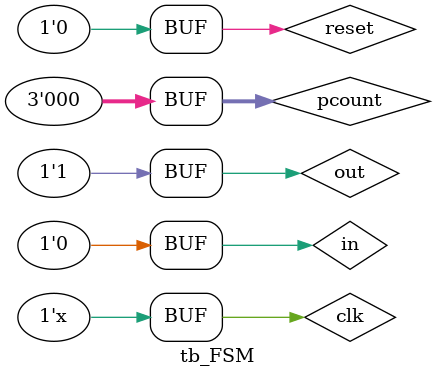
<source format=v>
module FSM(clk, reset, pcount, in, out, full, empty);
input clk, reset, in, out;
input [2:0] pcount;
reg [1:0] state;
output reg full, empty;
parameter 	s0 = 2'b00, 
		s1 = 2'b01, 
		s2 = 2'b10, 
		s3 = 2'b11; 

always @(posedge clk or posedge reset)

begin
if(reset)
begin
state = 0;
empty = 1;
full = 0;
end
else
begin


case(state)

s0: if(in == 1 && out == 0)
    begin
      state =  s1;
      empty = 0;
      full = 0;
    end
s1: if(in == 1 && out == 0 && pcount == 3'b111)
    begin
      state = s3;
      empty = 0;
      full = 1;
    end
  else if(in == 1 && out == 0 && pcount != 3'b111)
    begin
      state = s1;
      empty = 0;
      full = 0;
    end
  else if(in == 0 && out == 1)
    begin
    state = s2;
    empty = 0;
    full = 0;
  end
s2: if(in == 0 && out == 1 && pcount == 3'b000)
  begin
    state = s0;
    empty = 1;
    full = 0;
  end
else if(in == 0 && out == 1 && pcount != 3'b000)
  begin
    state = s2;
    empty = 0;
    full = 0;
  end
else if(in == 1 && out == 0)
  begin
    state = s1;
    empty = 0;
    full = 0;
  end
s3: if(in == 0 && out == 1)
begin
  state = s2;
  empty = 0;
  full = 0;
end

  
    
		
endcase 



end


end

endmodule


/*module tb_FSM;
  // Inputs
  reg clk;
  reg reset;
  reg in;
  reg out;
  reg [2:0] pcount;

  // Outputs
  wire full;
  wire empty;

  // Instantiate the FSM module
  FSM uut (
    .clk(clk),
    .reset(reset),
    .pcount(pcount),
    .in(in),
    .out(out),
    .full(full),
    .empty(empty)
  );

  // Clock generation
  always #5 clk = ~clk;

  initial begin
    // Initialize Inputs
    clk = 0;
    reset = 1;
    in = 0;
    out = 0;
    pcount = 3'b000;

    // Wait for global reset
    #10;
    reset = 0;

    // Test case: Transition from empty to full
    $display("Transition from empty to full");
    in = 1; out = 0; pcount = 3'b000;
    #10; // Move to state s1
    pcount = 3'b001; #10; // Stay in state s1
    pcount = 3'b111; #10; // Move to state s3 (full)

    // Test case: Transition from full to empty
    $display("Transition from full to empty");
    in = 0; out = 1; pcount = 3'b111;
    #10; // Move to state s2
    pcount = 3'b000; #10; // Move to state s0 (empty)

    // End of simulation
    $stop;
  end

  // Monitor the output states
  initial begin
    //$monitor("Time: %d, State: %b, pcount: %b, in: %b, out: %b, full: %b, empty: %b", $time, uut.state, pcount, in, out, full, empty);
  end
endmodule*/

module tb_FSM;
  // Inputs
  reg clk;
  reg reset;
  reg in;
  reg out;
  reg [2:0] pcount;

  // Outputs
  wire full;
  wire empty;

  // Instantiate the FSM module
  FSM uut (
    .clk(clk),
    .reset(reset),
    .pcount(pcount),
    .in(in),
    .out(out),
    .full(full),
    .empty(empty)
  );

  // Clock generation
  always #5 clk = ~clk;

  initial begin
    // Initialize Inputs
    clk = 0;
    reset = 1;
    in = 0;
    out = 0;
    pcount = 3'b000;

    // Wait for global reset
    #10;
    reset = 0;

    // Test case: Transition from empty to add state
    in = 1; out = 0; pcount = 3'b000;
    #10;

    // Test case: Transition within add state
    in = 1; out = 0; pcount = 3'b001;
    #10;

    // Test case: Transition to full state
    in = 1; out = 0; pcount = 3'b111;
    #10;

    // Test case: Transition from full to subtract state
    in = 0; out = 1; pcount = 3'b111;
    #10;

    // Test case: Transition from subtract to empty state
    in = 0; out = 1; pcount = 3'b000;
    #10;

    // End of simulation
  end
endmodule






</source>
